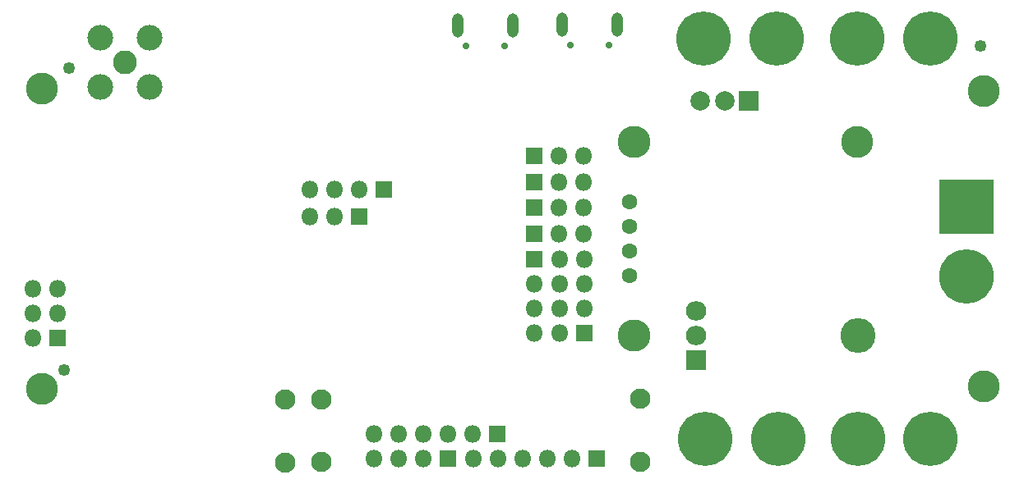
<source format=gbs>
G04 #@! TF.GenerationSoftware,KiCad,Pcbnew,(5.1.6)-1*
G04 #@! TF.CreationDate,2022-01-03T12:18:26+01:00*
G04 #@! TF.ProjectId,CURSO_PCB_DRONE,43555253-4f5f-4504-9342-5f44524f4e45,rev?*
G04 #@! TF.SameCoordinates,Original*
G04 #@! TF.FileFunction,Soldermask,Bot*
G04 #@! TF.FilePolarity,Negative*
%FSLAX46Y46*%
G04 Gerber Fmt 4.6, Leading zero omitted, Abs format (unit mm)*
G04 Created by KiCad (PCBNEW (5.1.6)-1) date 2022-01-03 12:18:26*
%MOMM*%
%LPD*%
G01*
G04 APERTURE LIST*
%ADD10C,1.252000*%
%ADD11C,3.300000*%
%ADD12C,0.700000*%
%ADD13O,1.200000X2.500000*%
%ADD14C,5.600000*%
%ADD15O,1.800000X1.800000*%
%ADD16R,1.800000X1.800000*%
%ADD17C,1.600000*%
%ADD18C,2.462200*%
%ADD19C,2.652700*%
%ADD20C,5.616000*%
%ADD21R,5.616000X5.616000*%
%ADD22C,2.100000*%
%ADD23C,2.000000*%
%ADD24R,2.000000X2.000000*%
%ADD25O,2.100000X2.005000*%
%ADD26R,2.100000X2.005000*%
%ADD27O,3.600000X3.600000*%
G04 APERTURE END LIST*
D10*
X85125560Y-71749920D03*
X84632800Y-102905560D03*
X179044600Y-69469000D03*
D11*
X143340240Y-99348360D03*
X143340240Y-79348360D03*
X179348240Y-104598360D03*
X179348240Y-74098360D03*
X82340240Y-73848360D03*
X82340240Y-104848360D03*
D12*
X136780000Y-69410000D03*
X140780000Y-69410000D03*
D13*
X135955000Y-67310000D03*
X141605000Y-67310000D03*
X130845000Y-67360000D03*
X125195000Y-67360000D03*
D12*
X130020000Y-69460000D03*
X126020000Y-69460000D03*
D14*
X150703280Y-110058200D03*
X150510240Y-68742560D03*
X166400480Y-110042960D03*
X166364920Y-68737480D03*
X173868080Y-68722240D03*
X173908720Y-110058200D03*
X158190000Y-110040000D03*
X158020000Y-68750000D03*
D15*
X109950000Y-84260000D03*
X112490000Y-84260000D03*
X115030000Y-84260000D03*
D16*
X117570000Y-84260000D03*
D15*
X81445100Y-94576900D03*
X83985100Y-94576900D03*
X81445100Y-97116900D03*
X83985100Y-97116900D03*
X81445100Y-99656900D03*
D16*
X83985100Y-99656900D03*
D17*
X142860000Y-93190000D03*
X142860000Y-90650000D03*
X142860000Y-88110000D03*
X142860000Y-85570000D03*
D11*
X143360000Y-99380000D03*
X143360000Y-79380000D03*
X166360000Y-79380000D03*
X166360000Y-99380000D03*
D15*
X116550000Y-112100000D03*
X119090000Y-112100000D03*
X121630000Y-112100000D03*
D16*
X124170000Y-112100000D03*
X114990880Y-87050880D03*
D15*
X112450880Y-87050880D03*
X109910880Y-87050880D03*
X135686800Y-91516200D03*
X138226800Y-91516200D03*
X135686800Y-94056200D03*
X138226800Y-94056200D03*
X135686800Y-96596200D03*
X138226800Y-96596200D03*
X135686800Y-99136200D03*
D16*
X138226800Y-99136200D03*
D15*
X116580000Y-109500000D03*
X119120000Y-109500000D03*
X121660000Y-109500000D03*
X124200000Y-109500000D03*
X126740000Y-109500000D03*
D16*
X129280000Y-109500000D03*
X133101080Y-80848200D03*
D15*
X135641080Y-80848200D03*
X138181080Y-80848200D03*
D16*
X133101080Y-86166960D03*
D15*
X135641080Y-86166960D03*
X138181080Y-86166960D03*
X126842520Y-112100360D03*
X129382520Y-112100360D03*
X131922520Y-112100360D03*
X134462520Y-112100360D03*
X137002520Y-112100360D03*
D16*
X139542520Y-112100360D03*
D15*
X133035040Y-99115880D03*
X133035040Y-96575880D03*
X133035040Y-94035880D03*
D16*
X133035040Y-91495880D03*
D15*
X138186160Y-83510120D03*
X135646160Y-83510120D03*
D16*
X133106160Y-83510120D03*
D15*
X138176000Y-88828880D03*
X135636000Y-88828880D03*
D16*
X133096000Y-88828880D03*
D18*
X90880000Y-71170000D03*
D19*
X93420000Y-68630000D03*
X88340000Y-68630000D03*
X88340000Y-73710000D03*
X93420000Y-73710000D03*
D20*
X177620000Y-93290000D03*
D21*
X177620000Y-86090000D03*
D22*
X111180000Y-105930000D03*
X111180000Y-112430000D03*
X107447080Y-105949680D03*
X107447080Y-112449680D03*
X144030000Y-105880000D03*
X144030000Y-112380000D03*
D23*
X150204800Y-75133200D03*
X152704800Y-75133200D03*
D24*
X155204800Y-75133200D03*
D25*
X149730000Y-96860000D03*
X149730000Y-99400000D03*
D26*
X149730000Y-101940000D03*
D27*
X166390000Y-99400000D03*
M02*

</source>
